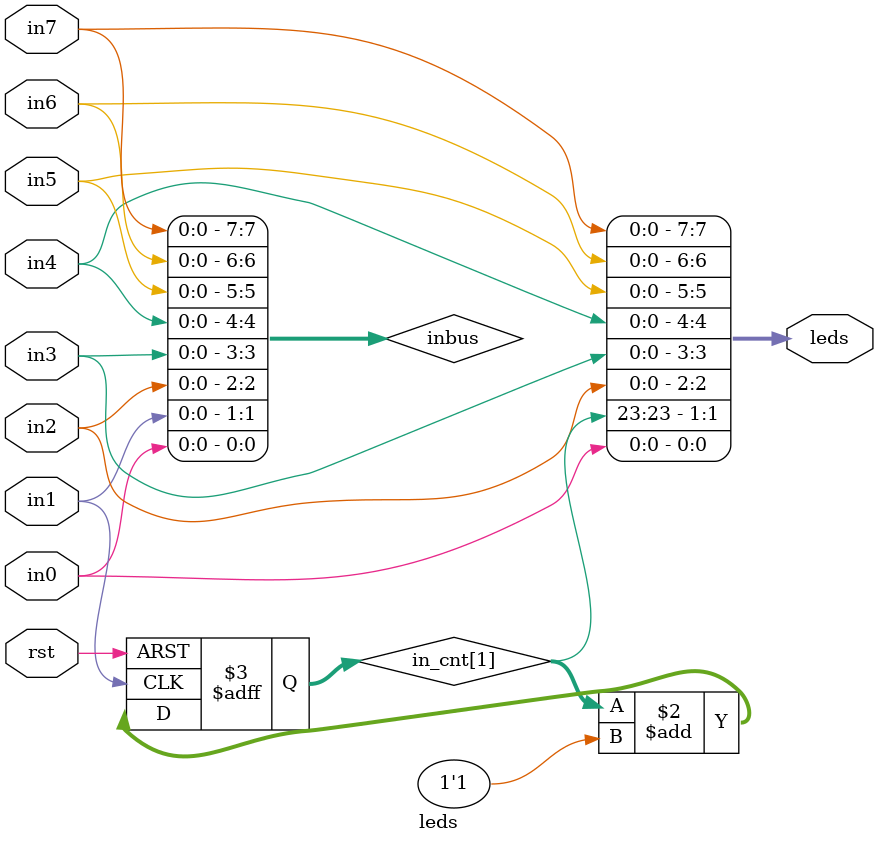
<source format=v>


`timescale 1ns/1ns

module leds #(
  parameter [7:0]  CNFG = 8'd2 // 1 = cnt div 0 = static
) (
  input        rst,

  input        in0,
  input        in1,
  input        in2,
  input        in3,
  input        in4,
  input        in5,
  input        in6,
  input        in7,

  output [7:0] leds
);

wire [7:0] inbus;
assign inbus = {in7, in6, in5, in4, in3 ,in2, in1, in0};

genvar bit;
generate 
  reg [23:0] in_cnt [0:7];
  for (bit = 0; bit < 8; bit = bit + 1) 
  begin: forloop
    if(CNFG[bit]==1'b1)
    begin
      always @(posedge inbus[bit], posedge rst)
      if(rst)
        in_cnt[bit] <= 1'b0;
      else
        in_cnt[bit] <= in_cnt[bit] + 1'b1;
      assign leds[bit] = in_cnt[bit][23];
    end
    else
    begin
      assign leds[bit] = inbus[bit];
    end
  end
endgenerate

endmodule
</source>
